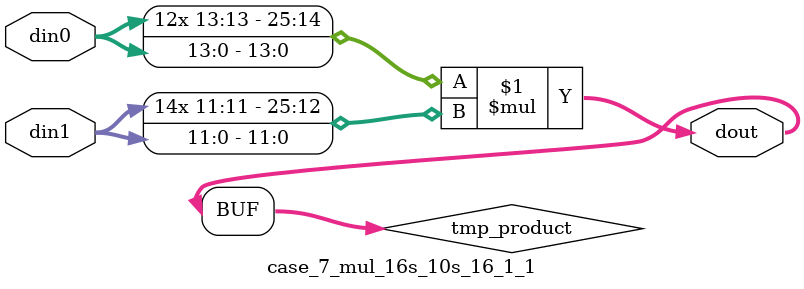
<source format=v>

`timescale 1 ns / 1 ps

 module case_7_mul_16s_10s_16_1_1(din0, din1, dout);
parameter ID = 1;
parameter NUM_STAGE = 0;
parameter din0_WIDTH = 14;
parameter din1_WIDTH = 12;
parameter dout_WIDTH = 26;

input [din0_WIDTH - 1 : 0] din0; 
input [din1_WIDTH - 1 : 0] din1; 
output [dout_WIDTH - 1 : 0] dout;

wire signed [dout_WIDTH - 1 : 0] tmp_product;



























assign tmp_product = $signed(din0) * $signed(din1);








assign dout = tmp_product;





















endmodule

</source>
